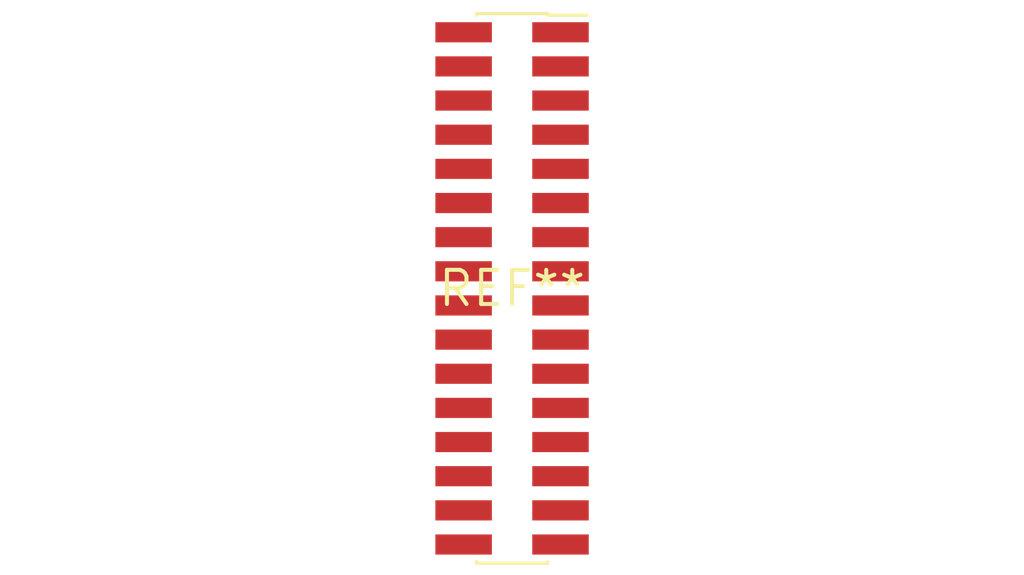
<source format=kicad_pcb>
(kicad_pcb (version 20240108) (generator pcbnew)
  (layers (0 "F.Cu" signal) (31 "B.Cu" signal) (34 "B.Paste" user) (35 "F.Paste" user) (36 "B.SilkS" user "B.Silkscreen") (37 "F.SilkS" user "F.Silkscreen") (38 "B.Mask" user) (39 "F.Mask" user) (44 "Edge.Cuts" user))
  (net 0 "")
  (footprint "PinSocket_2x16_P1.27mm_Vertical_SMD" (layer "F.Cu") (at 0 0)
    (property "Reference" "REF**")
    (property "Value" "PinSocket_2x16_P1.27mm_Vertical_SMD")
    (fp_line (start -1.33 -10.22) (end -1.33 -10.16) (layer "F.SilkS") (stroke (width 0.12)))
    (fp_line (start -1.33 -10.22) (end 1.33 -10.22) (layer "F.SilkS") (stroke (width 0.12)))
    (fp_line (start -1.33 10.16) (end -1.33 10.22) (layer "F.SilkS") (stroke (width 0.12)))
    (fp_line (start -1.33 10.22) (end 1.33 10.22) (layer "F.SilkS") (stroke (width 0.12)))
    (fp_line (start 1.33 -10.22) (end 1.33 -10.16) (layer "F.SilkS") (stroke (width 0.12)))
    (fp_line (start 1.33 -10.16) (end 2.79 -10.16) (layer "F.SilkS") (stroke (width 0.12)))
    (fp_line (start 1.33 10.16) (end 1.33 10.22) (layer "F.SilkS") (stroke (width 0.12)))
    (pad "1" smd rect (at 1.8 -9.525) (size 2.1 0.75) (layers "F.Cu" "F.Paste" "F.Mask"))
    (pad "2" smd rect (at -1.8 -9.525) (size 2.1 0.75) (layers "F.Cu" "F.Paste" "F.Mask"))
    (pad "3" smd rect (at 1.8 -8.255) (size 2.1 0.75) (layers "F.Cu" "F.Paste" "F.Mask"))
    (pad "4" smd rect (at -1.8 -8.255) (size 2.1 0.75) (layers "F.Cu" "F.Paste" "F.Mask"))
    (pad "5" smd rect (at 1.8 -6.985) (size 2.1 0.75) (layers "F.Cu" "F.Paste" "F.Mask"))
    (pad "6" smd rect (at -1.8 -6.985) (size 2.1 0.75) (layers "F.Cu" "F.Paste" "F.Mask"))
    (pad "7" smd rect (at 1.8 -5.715) (size 2.1 0.75) (layers "F.Cu" "F.Paste" "F.Mask"))
    (pad "8" smd rect (at -1.8 -5.715) (size 2.1 0.75) (layers "F.Cu" "F.Paste" "F.Mask"))
    (pad "9" smd rect (at 1.8 -4.445) (size 2.1 0.75) (layers "F.Cu" "F.Paste" "F.Mask"))
    (pad "10" smd rect (at -1.8 -4.445) (size 2.1 0.75) (layers "F.Cu" "F.Paste" "F.Mask"))
    (pad "11" smd rect (at 1.8 -3.175) (size 2.1 0.75) (layers "F.Cu" "F.Paste" "F.Mask"))
    (pad "12" smd rect (at -1.8 -3.175) (size 2.1 0.75) (layers "F.Cu" "F.Paste" "F.Mask"))
    (pad "13" smd rect (at 1.8 -1.905) (size 2.1 0.75) (layers "F.Cu" "F.Paste" "F.Mask"))
    (pad "14" smd rect (at -1.8 -1.905) (size 2.1 0.75) (layers "F.Cu" "F.Paste" "F.Mask"))
    (pad "15" smd rect (at 1.8 -0.635) (size 2.1 0.75) (layers "F.Cu" "F.Paste" "F.Mask"))
    (pad "16" smd rect (at -1.8 -0.635) (size 2.1 0.75) (layers "F.Cu" "F.Paste" "F.Mask"))
    (pad "17" smd rect (at 1.8 0.635) (size 2.1 0.75) (layers "F.Cu" "F.Paste" "F.Mask"))
    (pad "18" smd rect (at -1.8 0.635) (size 2.1 0.75) (layers "F.Cu" "F.Paste" "F.Mask"))
    (pad "19" smd rect (at 1.8 1.905) (size 2.1 0.75) (layers "F.Cu" "F.Paste" "F.Mask"))
    (pad "20" smd rect (at -1.8 1.905) (size 2.1 0.75) (layers "F.Cu" "F.Paste" "F.Mask"))
    (pad "21" smd rect (at 1.8 3.175) (size 2.1 0.75) (layers "F.Cu" "F.Paste" "F.Mask"))
    (pad "22" smd rect (at -1.8 3.175) (size 2.1 0.75) (layers "F.Cu" "F.Paste" "F.Mask"))
    (pad "23" smd rect (at 1.8 4.445) (size 2.1 0.75) (layers "F.Cu" "F.Paste" "F.Mask"))
    (pad "24" smd rect (at -1.8 4.445) (size 2.1 0.75) (layers "F.Cu" "F.Paste" "F.Mask"))
    (pad "25" smd rect (at 1.8 5.715) (size 2.1 0.75) (layers "F.Cu" "F.Paste" "F.Mask"))
    (pad "26" smd rect (at -1.8 5.715) (size 2.1 0.75) (layers "F.Cu" "F.Paste" "F.Mask"))
    (pad "27" smd rect (at 1.8 6.985) (size 2.1 0.75) (layers "F.Cu" "F.Paste" "F.Mask"))
    (pad "28" smd rect (at -1.8 6.985) (size 2.1 0.75) (layers "F.Cu" "F.Paste" "F.Mask"))
    (pad "29" smd rect (at 1.8 8.255) (size 2.1 0.75) (layers "F.Cu" "F.Paste" "F.Mask"))
    (pad "30" smd rect (at -1.8 8.255) (size 2.1 0.75) (layers "F.Cu" "F.Paste" "F.Mask"))
    (pad "31" smd rect (at 1.8 9.525) (size 2.1 0.75) (layers "F.Cu" "F.Paste" "F.Mask"))
    (pad "32" smd rect (at -1.8 9.525) (size 2.1 0.75) (layers "F.Cu" "F.Paste" "F.Mask"))
  )
)
</source>
